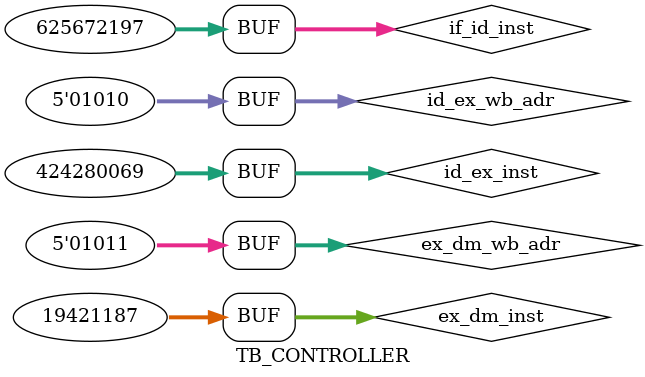
<source format=v>
module TB_CONTROLLER();

reg[31:0] if_id_inst, id_ex_inst, ex_dm_inst;
reg [4:0] id_ex_wb_adr, ex_dm_wb_adr; 
wire r_enable,w_enable,alu_control,bobule_mux_control,if_id_reg_control,pcw_control,rd_adr_control,rd_enable_control,r_i_sel_control,rd_control,
wd_control,wb_mux_control,fwd_dm_control,beq_and_in2;
wire [1:0] fwd_control_a,fwd_control_b;

controller1 C1(if_id_inst, id_ex_inst, ex_dm_inst,id_ex_wb_adr, ex_dm_wb_adr,r_enable,w_enable,alu_control,bobule_mux_control,if_id_reg_control,pcw_control,
rd_adr_control,rd_enable_control,r_i_sel_control,rd_control,wd_control,wb_mux_control,fwd_dm_control,beq_and_in2,fwd_control_a,fwd_control_b);

initial
begin


#100
if_id_inst = 32'b001001_01010_01011_00000_00000_000101; // beq R10 R11 5; if(R11==R10) than adr= pc+4+5;
id_ex_inst = 32'b000110_01010_01010_00000_00000_000101; // andi R10 R10 5; R3 <- R10 & 5;
ex_dm_inst = 32'b000000_01001_01000_01011_00000_000011; // and R9 R8 R11; R4 <- R9&R8;
id_ex_wb_adr = 5'b01010;
ex_dm_wb_adr = 5'b01011;
end
endmodule


</source>
